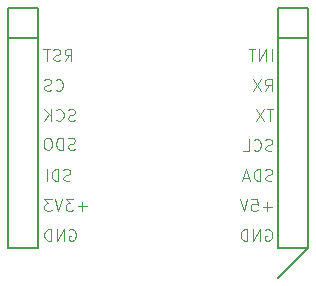
<source format=gbr>
%TF.GenerationSoftware,KiCad,Pcbnew,8.0.0*%
%TF.CreationDate,2024-05-29T14:18:56+02:00*%
%TF.ProjectId,Remote_Board_L476RG,52656d6f-7465-45f4-926f-6172645f4c34,rev?*%
%TF.SameCoordinates,Original*%
%TF.FileFunction,Legend,Bot*%
%TF.FilePolarity,Positive*%
%FSLAX46Y46*%
G04 Gerber Fmt 4.6, Leading zero omitted, Abs format (unit mm)*
G04 Created by KiCad (PCBNEW 8.0.0) date 2024-05-29 14:18:56*
%MOMM*%
%LPD*%
G01*
G04 APERTURE LIST*
%ADD10C,0.050000*%
%ADD11C,0.127000*%
G04 APERTURE END LIST*
D10*
X228175751Y-69652638D02*
X228270989Y-69605019D01*
X228270989Y-69605019D02*
X228413846Y-69605019D01*
X228413846Y-69605019D02*
X228556703Y-69652638D01*
X228556703Y-69652638D02*
X228651941Y-69747876D01*
X228651941Y-69747876D02*
X228699560Y-69843114D01*
X228699560Y-69843114D02*
X228747179Y-70033590D01*
X228747179Y-70033590D02*
X228747179Y-70176447D01*
X228747179Y-70176447D02*
X228699560Y-70366923D01*
X228699560Y-70366923D02*
X228651941Y-70462161D01*
X228651941Y-70462161D02*
X228556703Y-70557400D01*
X228556703Y-70557400D02*
X228413846Y-70605019D01*
X228413846Y-70605019D02*
X228318608Y-70605019D01*
X228318608Y-70605019D02*
X228175751Y-70557400D01*
X228175751Y-70557400D02*
X228128132Y-70509780D01*
X228128132Y-70509780D02*
X228128132Y-70176447D01*
X228128132Y-70176447D02*
X228318608Y-70176447D01*
X227699560Y-70605019D02*
X227699560Y-69605019D01*
X227699560Y-69605019D02*
X227128132Y-70605019D01*
X227128132Y-70605019D02*
X227128132Y-69605019D01*
X226651941Y-70605019D02*
X226651941Y-69605019D01*
X226651941Y-69605019D02*
X226413846Y-69605019D01*
X226413846Y-69605019D02*
X226270989Y-69652638D01*
X226270989Y-69652638D02*
X226175751Y-69747876D01*
X226175751Y-69747876D02*
X226128132Y-69843114D01*
X226128132Y-69843114D02*
X226080513Y-70033590D01*
X226080513Y-70033590D02*
X226080513Y-70176447D01*
X226080513Y-70176447D02*
X226128132Y-70366923D01*
X226128132Y-70366923D02*
X226175751Y-70462161D01*
X226175751Y-70462161D02*
X226270989Y-70557400D01*
X226270989Y-70557400D02*
X226413846Y-70605019D01*
X226413846Y-70605019D02*
X226651941Y-70605019D01*
X228747179Y-62937400D02*
X228604322Y-62985019D01*
X228604322Y-62985019D02*
X228366227Y-62985019D01*
X228366227Y-62985019D02*
X228270989Y-62937400D01*
X228270989Y-62937400D02*
X228223370Y-62889780D01*
X228223370Y-62889780D02*
X228175751Y-62794542D01*
X228175751Y-62794542D02*
X228175751Y-62699304D01*
X228175751Y-62699304D02*
X228223370Y-62604066D01*
X228223370Y-62604066D02*
X228270989Y-62556447D01*
X228270989Y-62556447D02*
X228366227Y-62508828D01*
X228366227Y-62508828D02*
X228556703Y-62461209D01*
X228556703Y-62461209D02*
X228651941Y-62413590D01*
X228651941Y-62413590D02*
X228699560Y-62365971D01*
X228699560Y-62365971D02*
X228747179Y-62270733D01*
X228747179Y-62270733D02*
X228747179Y-62175495D01*
X228747179Y-62175495D02*
X228699560Y-62080257D01*
X228699560Y-62080257D02*
X228651941Y-62032638D01*
X228651941Y-62032638D02*
X228556703Y-61985019D01*
X228556703Y-61985019D02*
X228318608Y-61985019D01*
X228318608Y-61985019D02*
X228175751Y-62032638D01*
X227175751Y-62889780D02*
X227223370Y-62937400D01*
X227223370Y-62937400D02*
X227366227Y-62985019D01*
X227366227Y-62985019D02*
X227461465Y-62985019D01*
X227461465Y-62985019D02*
X227604322Y-62937400D01*
X227604322Y-62937400D02*
X227699560Y-62842161D01*
X227699560Y-62842161D02*
X227747179Y-62746923D01*
X227747179Y-62746923D02*
X227794798Y-62556447D01*
X227794798Y-62556447D02*
X227794798Y-62413590D01*
X227794798Y-62413590D02*
X227747179Y-62223114D01*
X227747179Y-62223114D02*
X227699560Y-62127876D01*
X227699560Y-62127876D02*
X227604322Y-62032638D01*
X227604322Y-62032638D02*
X227461465Y-61985019D01*
X227461465Y-61985019D02*
X227366227Y-61985019D01*
X227366227Y-61985019D02*
X227223370Y-62032638D01*
X227223370Y-62032638D02*
X227175751Y-62080257D01*
X226270989Y-62985019D02*
X226747179Y-62985019D01*
X226747179Y-62985019D02*
X226747179Y-61985019D01*
X212027713Y-60397400D02*
X211884856Y-60445019D01*
X211884856Y-60445019D02*
X211646761Y-60445019D01*
X211646761Y-60445019D02*
X211551523Y-60397400D01*
X211551523Y-60397400D02*
X211503904Y-60349780D01*
X211503904Y-60349780D02*
X211456285Y-60254542D01*
X211456285Y-60254542D02*
X211456285Y-60159304D01*
X211456285Y-60159304D02*
X211503904Y-60064066D01*
X211503904Y-60064066D02*
X211551523Y-60016447D01*
X211551523Y-60016447D02*
X211646761Y-59968828D01*
X211646761Y-59968828D02*
X211837237Y-59921209D01*
X211837237Y-59921209D02*
X211932475Y-59873590D01*
X211932475Y-59873590D02*
X211980094Y-59825971D01*
X211980094Y-59825971D02*
X212027713Y-59730733D01*
X212027713Y-59730733D02*
X212027713Y-59635495D01*
X212027713Y-59635495D02*
X211980094Y-59540257D01*
X211980094Y-59540257D02*
X211932475Y-59492638D01*
X211932475Y-59492638D02*
X211837237Y-59445019D01*
X211837237Y-59445019D02*
X211599142Y-59445019D01*
X211599142Y-59445019D02*
X211456285Y-59492638D01*
X210456285Y-60349780D02*
X210503904Y-60397400D01*
X210503904Y-60397400D02*
X210646761Y-60445019D01*
X210646761Y-60445019D02*
X210741999Y-60445019D01*
X210741999Y-60445019D02*
X210884856Y-60397400D01*
X210884856Y-60397400D02*
X210980094Y-60302161D01*
X210980094Y-60302161D02*
X211027713Y-60206923D01*
X211027713Y-60206923D02*
X211075332Y-60016447D01*
X211075332Y-60016447D02*
X211075332Y-59873590D01*
X211075332Y-59873590D02*
X211027713Y-59683114D01*
X211027713Y-59683114D02*
X210980094Y-59587876D01*
X210980094Y-59587876D02*
X210884856Y-59492638D01*
X210884856Y-59492638D02*
X210741999Y-59445019D01*
X210741999Y-59445019D02*
X210646761Y-59445019D01*
X210646761Y-59445019D02*
X210503904Y-59492638D01*
X210503904Y-59492638D02*
X210456285Y-59540257D01*
X210027713Y-60445019D02*
X210027713Y-59445019D01*
X209456285Y-60445019D02*
X209884856Y-59873590D01*
X209456285Y-59445019D02*
X210027713Y-60016447D01*
X211643808Y-65477400D02*
X211500951Y-65525019D01*
X211500951Y-65525019D02*
X211262856Y-65525019D01*
X211262856Y-65525019D02*
X211167618Y-65477400D01*
X211167618Y-65477400D02*
X211119999Y-65429780D01*
X211119999Y-65429780D02*
X211072380Y-65334542D01*
X211072380Y-65334542D02*
X211072380Y-65239304D01*
X211072380Y-65239304D02*
X211119999Y-65144066D01*
X211119999Y-65144066D02*
X211167618Y-65096447D01*
X211167618Y-65096447D02*
X211262856Y-65048828D01*
X211262856Y-65048828D02*
X211453332Y-65001209D01*
X211453332Y-65001209D02*
X211548570Y-64953590D01*
X211548570Y-64953590D02*
X211596189Y-64905971D01*
X211596189Y-64905971D02*
X211643808Y-64810733D01*
X211643808Y-64810733D02*
X211643808Y-64715495D01*
X211643808Y-64715495D02*
X211596189Y-64620257D01*
X211596189Y-64620257D02*
X211548570Y-64572638D01*
X211548570Y-64572638D02*
X211453332Y-64525019D01*
X211453332Y-64525019D02*
X211215237Y-64525019D01*
X211215237Y-64525019D02*
X211072380Y-64572638D01*
X210643808Y-65525019D02*
X210643808Y-64525019D01*
X210643808Y-64525019D02*
X210405713Y-64525019D01*
X210405713Y-64525019D02*
X210262856Y-64572638D01*
X210262856Y-64572638D02*
X210167618Y-64667876D01*
X210167618Y-64667876D02*
X210119999Y-64763114D01*
X210119999Y-64763114D02*
X210072380Y-64953590D01*
X210072380Y-64953590D02*
X210072380Y-65096447D01*
X210072380Y-65096447D02*
X210119999Y-65286923D01*
X210119999Y-65286923D02*
X210167618Y-65382161D01*
X210167618Y-65382161D02*
X210262856Y-65477400D01*
X210262856Y-65477400D02*
X210405713Y-65525019D01*
X210405713Y-65525019D02*
X210643808Y-65525019D01*
X209643808Y-65525019D02*
X209643808Y-64525019D01*
X210408666Y-57784380D02*
X210456285Y-57832000D01*
X210456285Y-57832000D02*
X210599142Y-57879619D01*
X210599142Y-57879619D02*
X210694380Y-57879619D01*
X210694380Y-57879619D02*
X210837237Y-57832000D01*
X210837237Y-57832000D02*
X210932475Y-57736761D01*
X210932475Y-57736761D02*
X210980094Y-57641523D01*
X210980094Y-57641523D02*
X211027713Y-57451047D01*
X211027713Y-57451047D02*
X211027713Y-57308190D01*
X211027713Y-57308190D02*
X210980094Y-57117714D01*
X210980094Y-57117714D02*
X210932475Y-57022476D01*
X210932475Y-57022476D02*
X210837237Y-56927238D01*
X210837237Y-56927238D02*
X210694380Y-56879619D01*
X210694380Y-56879619D02*
X210599142Y-56879619D01*
X210599142Y-56879619D02*
X210456285Y-56927238D01*
X210456285Y-56927238D02*
X210408666Y-56974857D01*
X210027713Y-57832000D02*
X209884856Y-57879619D01*
X209884856Y-57879619D02*
X209646761Y-57879619D01*
X209646761Y-57879619D02*
X209551523Y-57832000D01*
X209551523Y-57832000D02*
X209503904Y-57784380D01*
X209503904Y-57784380D02*
X209456285Y-57689142D01*
X209456285Y-57689142D02*
X209456285Y-57593904D01*
X209456285Y-57593904D02*
X209503904Y-57498666D01*
X209503904Y-57498666D02*
X209551523Y-57451047D01*
X209551523Y-57451047D02*
X209646761Y-57403428D01*
X209646761Y-57403428D02*
X209837237Y-57355809D01*
X209837237Y-57355809D02*
X209932475Y-57308190D01*
X209932475Y-57308190D02*
X209980094Y-57260571D01*
X209980094Y-57260571D02*
X210027713Y-57165333D01*
X210027713Y-57165333D02*
X210027713Y-57070095D01*
X210027713Y-57070095D02*
X209980094Y-56974857D01*
X209980094Y-56974857D02*
X209932475Y-56927238D01*
X209932475Y-56927238D02*
X209837237Y-56879619D01*
X209837237Y-56879619D02*
X209599142Y-56879619D01*
X209599142Y-56879619D02*
X209456285Y-56927238D01*
X211551523Y-69652638D02*
X211646761Y-69605019D01*
X211646761Y-69605019D02*
X211789618Y-69605019D01*
X211789618Y-69605019D02*
X211932475Y-69652638D01*
X211932475Y-69652638D02*
X212027713Y-69747876D01*
X212027713Y-69747876D02*
X212075332Y-69843114D01*
X212075332Y-69843114D02*
X212122951Y-70033590D01*
X212122951Y-70033590D02*
X212122951Y-70176447D01*
X212122951Y-70176447D02*
X212075332Y-70366923D01*
X212075332Y-70366923D02*
X212027713Y-70462161D01*
X212027713Y-70462161D02*
X211932475Y-70557400D01*
X211932475Y-70557400D02*
X211789618Y-70605019D01*
X211789618Y-70605019D02*
X211694380Y-70605019D01*
X211694380Y-70605019D02*
X211551523Y-70557400D01*
X211551523Y-70557400D02*
X211503904Y-70509780D01*
X211503904Y-70509780D02*
X211503904Y-70176447D01*
X211503904Y-70176447D02*
X211694380Y-70176447D01*
X211075332Y-70605019D02*
X211075332Y-69605019D01*
X211075332Y-69605019D02*
X210503904Y-70605019D01*
X210503904Y-70605019D02*
X210503904Y-69605019D01*
X210027713Y-70605019D02*
X210027713Y-69605019D01*
X210027713Y-69605019D02*
X209789618Y-69605019D01*
X209789618Y-69605019D02*
X209646761Y-69652638D01*
X209646761Y-69652638D02*
X209551523Y-69747876D01*
X209551523Y-69747876D02*
X209503904Y-69843114D01*
X209503904Y-69843114D02*
X209456285Y-70033590D01*
X209456285Y-70033590D02*
X209456285Y-70176447D01*
X209456285Y-70176447D02*
X209503904Y-70366923D01*
X209503904Y-70366923D02*
X209551523Y-70462161D01*
X209551523Y-70462161D02*
X209646761Y-70557400D01*
X209646761Y-70557400D02*
X209789618Y-70605019D01*
X209789618Y-70605019D02*
X210027713Y-70605019D01*
X228699560Y-67684066D02*
X227937656Y-67684066D01*
X228318608Y-68065019D02*
X228318608Y-67303114D01*
X226985275Y-67065019D02*
X227461465Y-67065019D01*
X227461465Y-67065019D02*
X227509084Y-67541209D01*
X227509084Y-67541209D02*
X227461465Y-67493590D01*
X227461465Y-67493590D02*
X227366227Y-67445971D01*
X227366227Y-67445971D02*
X227128132Y-67445971D01*
X227128132Y-67445971D02*
X227032894Y-67493590D01*
X227032894Y-67493590D02*
X226985275Y-67541209D01*
X226985275Y-67541209D02*
X226937656Y-67636447D01*
X226937656Y-67636447D02*
X226937656Y-67874542D01*
X226937656Y-67874542D02*
X226985275Y-67969780D01*
X226985275Y-67969780D02*
X227032894Y-68017400D01*
X227032894Y-68017400D02*
X227128132Y-68065019D01*
X227128132Y-68065019D02*
X227366227Y-68065019D01*
X227366227Y-68065019D02*
X227461465Y-68017400D01*
X227461465Y-68017400D02*
X227509084Y-67969780D01*
X226651941Y-67065019D02*
X226318608Y-68065019D01*
X226318608Y-68065019D02*
X225985275Y-67065019D01*
X228842418Y-59445019D02*
X228270990Y-59445019D01*
X228556704Y-60445019D02*
X228556704Y-59445019D01*
X228032894Y-59445019D02*
X227366228Y-60445019D01*
X227366228Y-59445019D02*
X228032894Y-60445019D01*
X228128132Y-57905019D02*
X228461465Y-57428828D01*
X228699560Y-57905019D02*
X228699560Y-56905019D01*
X228699560Y-56905019D02*
X228318608Y-56905019D01*
X228318608Y-56905019D02*
X228223370Y-56952638D01*
X228223370Y-56952638D02*
X228175751Y-57000257D01*
X228175751Y-57000257D02*
X228128132Y-57095495D01*
X228128132Y-57095495D02*
X228128132Y-57238352D01*
X228128132Y-57238352D02*
X228175751Y-57333590D01*
X228175751Y-57333590D02*
X228223370Y-57381209D01*
X228223370Y-57381209D02*
X228318608Y-57428828D01*
X228318608Y-57428828D02*
X228699560Y-57428828D01*
X227794798Y-56905019D02*
X227128132Y-57905019D01*
X227128132Y-56905019D02*
X227794798Y-57905019D01*
X228747180Y-65477400D02*
X228604323Y-65525019D01*
X228604323Y-65525019D02*
X228366228Y-65525019D01*
X228366228Y-65525019D02*
X228270990Y-65477400D01*
X228270990Y-65477400D02*
X228223371Y-65429780D01*
X228223371Y-65429780D02*
X228175752Y-65334542D01*
X228175752Y-65334542D02*
X228175752Y-65239304D01*
X228175752Y-65239304D02*
X228223371Y-65144066D01*
X228223371Y-65144066D02*
X228270990Y-65096447D01*
X228270990Y-65096447D02*
X228366228Y-65048828D01*
X228366228Y-65048828D02*
X228556704Y-65001209D01*
X228556704Y-65001209D02*
X228651942Y-64953590D01*
X228651942Y-64953590D02*
X228699561Y-64905971D01*
X228699561Y-64905971D02*
X228747180Y-64810733D01*
X228747180Y-64810733D02*
X228747180Y-64715495D01*
X228747180Y-64715495D02*
X228699561Y-64620257D01*
X228699561Y-64620257D02*
X228651942Y-64572638D01*
X228651942Y-64572638D02*
X228556704Y-64525019D01*
X228556704Y-64525019D02*
X228318609Y-64525019D01*
X228318609Y-64525019D02*
X228175752Y-64572638D01*
X227747180Y-65525019D02*
X227747180Y-64525019D01*
X227747180Y-64525019D02*
X227509085Y-64525019D01*
X227509085Y-64525019D02*
X227366228Y-64572638D01*
X227366228Y-64572638D02*
X227270990Y-64667876D01*
X227270990Y-64667876D02*
X227223371Y-64763114D01*
X227223371Y-64763114D02*
X227175752Y-64953590D01*
X227175752Y-64953590D02*
X227175752Y-65096447D01*
X227175752Y-65096447D02*
X227223371Y-65286923D01*
X227223371Y-65286923D02*
X227270990Y-65382161D01*
X227270990Y-65382161D02*
X227366228Y-65477400D01*
X227366228Y-65477400D02*
X227509085Y-65525019D01*
X227509085Y-65525019D02*
X227747180Y-65525019D01*
X226794799Y-65239304D02*
X226318609Y-65239304D01*
X226890037Y-65525019D02*
X226556704Y-64525019D01*
X226556704Y-64525019D02*
X226223371Y-65525019D01*
X228699561Y-55365019D02*
X228699561Y-54365019D01*
X228223371Y-55365019D02*
X228223371Y-54365019D01*
X228223371Y-54365019D02*
X227651943Y-55365019D01*
X227651943Y-55365019D02*
X227651943Y-54365019D01*
X227318609Y-54365019D02*
X226747181Y-54365019D01*
X227032895Y-55365019D02*
X227032895Y-54365019D01*
X212029523Y-62822400D02*
X211886666Y-62870019D01*
X211886666Y-62870019D02*
X211648571Y-62870019D01*
X211648571Y-62870019D02*
X211553333Y-62822400D01*
X211553333Y-62822400D02*
X211505714Y-62774780D01*
X211505714Y-62774780D02*
X211458095Y-62679542D01*
X211458095Y-62679542D02*
X211458095Y-62584304D01*
X211458095Y-62584304D02*
X211505714Y-62489066D01*
X211505714Y-62489066D02*
X211553333Y-62441447D01*
X211553333Y-62441447D02*
X211648571Y-62393828D01*
X211648571Y-62393828D02*
X211839047Y-62346209D01*
X211839047Y-62346209D02*
X211934285Y-62298590D01*
X211934285Y-62298590D02*
X211981904Y-62250971D01*
X211981904Y-62250971D02*
X212029523Y-62155733D01*
X212029523Y-62155733D02*
X212029523Y-62060495D01*
X212029523Y-62060495D02*
X211981904Y-61965257D01*
X211981904Y-61965257D02*
X211934285Y-61917638D01*
X211934285Y-61917638D02*
X211839047Y-61870019D01*
X211839047Y-61870019D02*
X211600952Y-61870019D01*
X211600952Y-61870019D02*
X211458095Y-61917638D01*
X211029523Y-62870019D02*
X211029523Y-61870019D01*
X211029523Y-61870019D02*
X210791428Y-61870019D01*
X210791428Y-61870019D02*
X210648571Y-61917638D01*
X210648571Y-61917638D02*
X210553333Y-62012876D01*
X210553333Y-62012876D02*
X210505714Y-62108114D01*
X210505714Y-62108114D02*
X210458095Y-62298590D01*
X210458095Y-62298590D02*
X210458095Y-62441447D01*
X210458095Y-62441447D02*
X210505714Y-62631923D01*
X210505714Y-62631923D02*
X210553333Y-62727161D01*
X210553333Y-62727161D02*
X210648571Y-62822400D01*
X210648571Y-62822400D02*
X210791428Y-62870019D01*
X210791428Y-62870019D02*
X211029523Y-62870019D01*
X209839047Y-61870019D02*
X209648571Y-61870019D01*
X209648571Y-61870019D02*
X209553333Y-61917638D01*
X209553333Y-61917638D02*
X209458095Y-62012876D01*
X209458095Y-62012876D02*
X209410476Y-62203352D01*
X209410476Y-62203352D02*
X209410476Y-62536685D01*
X209410476Y-62536685D02*
X209458095Y-62727161D01*
X209458095Y-62727161D02*
X209553333Y-62822400D01*
X209553333Y-62822400D02*
X209648571Y-62870019D01*
X209648571Y-62870019D02*
X209839047Y-62870019D01*
X209839047Y-62870019D02*
X209934285Y-62822400D01*
X209934285Y-62822400D02*
X210029523Y-62727161D01*
X210029523Y-62727161D02*
X210077142Y-62536685D01*
X210077142Y-62536685D02*
X210077142Y-62203352D01*
X210077142Y-62203352D02*
X210029523Y-62012876D01*
X210029523Y-62012876D02*
X209934285Y-61917638D01*
X209934285Y-61917638D02*
X209839047Y-61870019D01*
X211170572Y-55365019D02*
X211503905Y-54888828D01*
X211742000Y-55365019D02*
X211742000Y-54365019D01*
X211742000Y-54365019D02*
X211361048Y-54365019D01*
X211361048Y-54365019D02*
X211265810Y-54412638D01*
X211265810Y-54412638D02*
X211218191Y-54460257D01*
X211218191Y-54460257D02*
X211170572Y-54555495D01*
X211170572Y-54555495D02*
X211170572Y-54698352D01*
X211170572Y-54698352D02*
X211218191Y-54793590D01*
X211218191Y-54793590D02*
X211265810Y-54841209D01*
X211265810Y-54841209D02*
X211361048Y-54888828D01*
X211361048Y-54888828D02*
X211742000Y-54888828D01*
X210789619Y-55317400D02*
X210646762Y-55365019D01*
X210646762Y-55365019D02*
X210408667Y-55365019D01*
X210408667Y-55365019D02*
X210313429Y-55317400D01*
X210313429Y-55317400D02*
X210265810Y-55269780D01*
X210265810Y-55269780D02*
X210218191Y-55174542D01*
X210218191Y-55174542D02*
X210218191Y-55079304D01*
X210218191Y-55079304D02*
X210265810Y-54984066D01*
X210265810Y-54984066D02*
X210313429Y-54936447D01*
X210313429Y-54936447D02*
X210408667Y-54888828D01*
X210408667Y-54888828D02*
X210599143Y-54841209D01*
X210599143Y-54841209D02*
X210694381Y-54793590D01*
X210694381Y-54793590D02*
X210742000Y-54745971D01*
X210742000Y-54745971D02*
X210789619Y-54650733D01*
X210789619Y-54650733D02*
X210789619Y-54555495D01*
X210789619Y-54555495D02*
X210742000Y-54460257D01*
X210742000Y-54460257D02*
X210694381Y-54412638D01*
X210694381Y-54412638D02*
X210599143Y-54365019D01*
X210599143Y-54365019D02*
X210361048Y-54365019D01*
X210361048Y-54365019D02*
X210218191Y-54412638D01*
X209932476Y-54365019D02*
X209361048Y-54365019D01*
X209646762Y-55365019D02*
X209646762Y-54365019D01*
X213027714Y-67658666D02*
X212265810Y-67658666D01*
X212646762Y-68039619D02*
X212646762Y-67277714D01*
X211884857Y-67039619D02*
X211265810Y-67039619D01*
X211265810Y-67039619D02*
X211599143Y-67420571D01*
X211599143Y-67420571D02*
X211456286Y-67420571D01*
X211456286Y-67420571D02*
X211361048Y-67468190D01*
X211361048Y-67468190D02*
X211313429Y-67515809D01*
X211313429Y-67515809D02*
X211265810Y-67611047D01*
X211265810Y-67611047D02*
X211265810Y-67849142D01*
X211265810Y-67849142D02*
X211313429Y-67944380D01*
X211313429Y-67944380D02*
X211361048Y-67992000D01*
X211361048Y-67992000D02*
X211456286Y-68039619D01*
X211456286Y-68039619D02*
X211742000Y-68039619D01*
X211742000Y-68039619D02*
X211837238Y-67992000D01*
X211837238Y-67992000D02*
X211884857Y-67944380D01*
X210980095Y-67039619D02*
X210646762Y-68039619D01*
X210646762Y-68039619D02*
X210313429Y-67039619D01*
X210075333Y-67039619D02*
X209456286Y-67039619D01*
X209456286Y-67039619D02*
X209789619Y-67420571D01*
X209789619Y-67420571D02*
X209646762Y-67420571D01*
X209646762Y-67420571D02*
X209551524Y-67468190D01*
X209551524Y-67468190D02*
X209503905Y-67515809D01*
X209503905Y-67515809D02*
X209456286Y-67611047D01*
X209456286Y-67611047D02*
X209456286Y-67849142D01*
X209456286Y-67849142D02*
X209503905Y-67944380D01*
X209503905Y-67944380D02*
X209551524Y-67992000D01*
X209551524Y-67992000D02*
X209646762Y-68039619D01*
X209646762Y-68039619D02*
X209932476Y-68039619D01*
X209932476Y-68039619D02*
X210027714Y-67992000D01*
X210027714Y-67992000D02*
X210075333Y-67944380D01*
D11*
%TO.C,CON1*%
X206400000Y-50860000D02*
X206400000Y-53400000D01*
X206400000Y-53400000D02*
X206400000Y-71180000D01*
X206400000Y-53400000D02*
X208940000Y-53400000D01*
X206400000Y-71180000D02*
X208940000Y-71180000D01*
X208940000Y-50860000D02*
X206400000Y-50860000D01*
X208940000Y-53400000D02*
X208940000Y-50860000D01*
X208940000Y-71180000D02*
X208940000Y-53400000D01*
X229260000Y-50860000D02*
X229260000Y-53400000D01*
X229260000Y-50860000D02*
X231800000Y-50860000D01*
X229260000Y-53400000D02*
X229260000Y-71180000D01*
X229260000Y-53400000D02*
X231800000Y-53400000D01*
X229260000Y-71180000D02*
X231800000Y-71180000D01*
X231800000Y-50860000D02*
X231800000Y-71180000D01*
X231800000Y-71180000D02*
X229260000Y-73770000D01*
%TD*%
M02*

</source>
